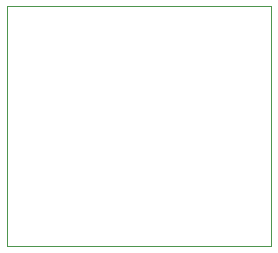
<source format=gbr>
G04 #@! TF.GenerationSoftware,KiCad,Pcbnew,5.0.0-fee4fd1~66~ubuntu16.04.1*
G04 #@! TF.CreationDate,2018-10-28T21:05:27-03:00*
G04 #@! TF.ProjectId,MMA7361,4D4D41373336312E6B696361645F7063,rev?*
G04 #@! TF.SameCoordinates,Original*
G04 #@! TF.FileFunction,Other,Fab,Bot*
%FSLAX46Y46*%
G04 Gerber Fmt 4.6, Leading zero omitted, Abs format (unit mm)*
G04 Created by KiCad (PCBNEW 5.0.0-fee4fd1~66~ubuntu16.04.1) date Sun Oct 28 21:05:27 2018*
%MOMM*%
%LPD*%
G01*
G04 APERTURE LIST*
%ADD10C,0.100000*%
G04 APERTURE END LIST*
D10*
X142494000Y-98806000D02*
X142494000Y-78486000D01*
X164846000Y-98806000D02*
X142494000Y-98806000D01*
X164846000Y-78486000D02*
X164846000Y-98806000D01*
X142494000Y-78486000D02*
X164846000Y-78486000D01*
M02*

</source>
